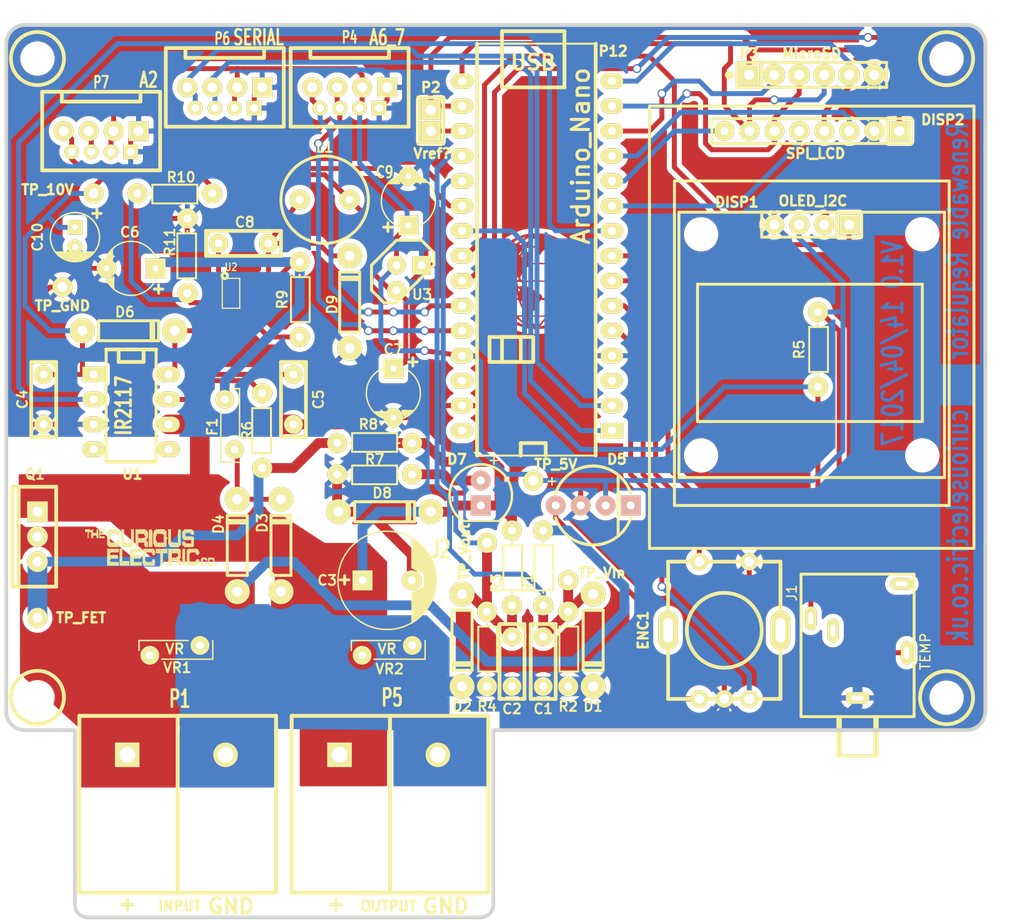
<source format=kicad_pcb>
(kicad_pcb (version 20221018) (generator pcbnew)
  (layers (0 "F.Cu" signal "Front") (31 "B.Cu" signal "Back") (34 "B.Paste" user) (35 "F.Paste" user) (36 "B.SilkS" user "B.Silkscreen") (37 "F.SilkS" user "F.Silkscreen") (38 "B.Mask" user) (39 "F.Mask" user) (44 "Edge.Cuts" user))
  (net 0 "")
  (net 1 "+5V")
  (net 2 "GND")
  (net 3 "Rx")
  (net 4 "SCK")
  (net 5 "Tx")
  (net 6 "Vinput")
  (net 7 "Voutput")
  (net 8 "VINm")
  (net 9 "VOUTm")
  (net 10 "/Power Supply/+10V")
  (net 11 "Net-(C5-Pad1)")
  (net 12 "/Power Supply/+PWR")
  (net 13 "Net-(C8-Pad1)")
  (net 14 "Net-(C8-Pad2)")
  (net 15 "Net-(D3-Pad1)")
  (net 16 "LED_D")
  (net 17 "Net-(D7-Pad2)")
  (net 18 "SDA")
  (net 19 "SCL")
  (net 20 "+3V3")
  (net 21 "LCD_CS")
  (net 22 "MISO")
  (net 23 "LCD_DC")
  (net 24 "MOSI")
  (net 25 "LCD_BL")
  (net 26 "EN_A")
  (net 27 "EN_B")
  (net 28 "EN_SW")
  (net 29 "FET1")
  (net 30 "SD_CS")
  (net 31 "TEMP")
  (net 32 "Net-(J2-Pad18)")
  (net 33 "A2")
  (net 34 "A6")
  (net 35 "A7")
  (net 36 "Net-(P7-Pad3)")
  (net 37 "Net-(R6-Pad2)")
  (net 38 "Net-(R9-Pad2)")
  (net 39 "Net-(R10-Pad2)")
  (net 40 "Net-(P10-Pad1)")
  (footprint "matts_components:C1_wide_lg_pad" (layer "F.Cu") (at 117.475 109.22 -90)
    (fp_text reference "C1")
    (fp_text value "100nf" hide)
  )
  (footprint "matts_components:C1_wide_lg_pad" (layer "F.Cu") (at 114.3 109.22 -90)
    (fp_text reference "C2")
    (fp_text value "100nf" hide)
  )
  (footprint "RenewableRegulatorPCB_2017_Library_Yoan:Capacitor_C_1V7_TH" (layer "F.Cu") (at 101.6 102.235)
    (fp_text reference "C3")
    (fp_text value "100uf" hide)
  )
  (footprint "matts_components:C1_wide_lg_pad" (layer "F.Cu") (at 66.675 82.55 -90)
    (fp_text reference "C4")
    (fp_text value "100nf" hide)
  )
  (footprint "matts_components:C1_wide_lg_pad" (layer "F.Cu") (at 92.075 82.55 -90)
    (fp_text reference "C5")
    (fp_text value "100nf" hide)
  )
  (footprint "RenewableRegulatorPCB_2017_Library_Yoan:Capacitor_C6_1V7_TH" (layer "F.Cu") (at 75.565 70.485 180)
    (fp_text reference "C6")
    (fp_text value "2.2uf" hide)
  )
  (footprint "RenewableRegulatorPCB_2017_Library_Yoan:Capacitor_C7_1V7_TH" (layer "F.Cu") (at 102.235 83.185 -90)
    (fp_text reference "C7")
    (fp_text value "1uf" hide)
  )
  (footprint "matts_components:C1_wide_lg_pad" (layer "F.Cu") (at 85.725 67.945)
    (fp_text reference "C8")
    (fp_text value "100nf" hide)
  )
  (footprint "RenewableRegulatorPCB_2017_Library_Yoan:Capacitor_C9_1V7_TH" (layer "F.Cu") (at 103.759 63.627 90)
    (fp_text reference "C9")
    (fp_text value "1uf" hide)
  )
  (footprint "RenewableRegulatorPCB_2017_Library_Yoan:Capacitor_C10_1V7_TH" (layer "F.Cu") (at 69.85 67.31 -90)
    (fp_text reference "C10")
    (fp_text value "10uf" hide)
  )
  (footprint "REInnovationFootprint:TH_Diode_1" (layer "F.Cu") (at 122.555 107.95 -90)
    (fp_text reference "D1")
    (fp_text value "3v3" hide)
  )
  (footprint "REInnovationFootprint:TH_Diode_1" (layer "F.Cu") (at 109.22 107.95 -90)
    (fp_text reference "D2")
    (fp_text value "3v3" hide)
  )
  (footprint "REInnovationFootprint:TH_Diode_1" (layer "F.Cu") (at 90.805 99.06 90)
    (fp_text reference "D3")
    (fp_text value "1N5819" hide)
  )
  (footprint "REInnovationFootprint:TH_Diode_1" (layer "F.Cu") (at 86.36 99.06 90)
    (fp_text reference "D4")
    (fp_text value "1N5819" hide)
  )
  (footprint "REInnovationFootprint:TH_WS2811_LED_8mm" (layer "F.Cu") (at 122.555 94.615)
    (fp_text reference "D5")
    (fp_text value "WS2811_EpiStar_8mm" hide)
  )
  (footprint "REInnovationFootprint:TH_Diode_1" (layer "F.Cu") (at 74.93 76.835)
    (fp_text reference "D6")
    (fp_text value "1N5822" hide)
  )
  (footprint "REInnovationFootprint:TH_LED-5MM_larg_pad" (layer "F.Cu") (at 111.125 93.345 -90)
    (fp_text reference "D7")
    (fp_text value "LED" hide)
  )
  (footprint "REInnovationFootprint:TH_Diode_1" (layer "F.Cu") (at 100.965 95.25)
    (fp_text reference "D8")
    (fp_text value "UF4002" hide)
  )
  (footprint "REInnovationFootprint:TH_Diode_1" (layer "F.Cu") (at 97.79 74.295 90)
    (fp_text reference "D9")
    (fp_text value "1N5819" hide)
  )
  (footprint "REInnovationFootprint:TH_Encoder" (layer "F.Cu") (at 135.89 107.315)
    (fp_text reference "ENC1")
    (fp_text value "Encoder" hide)
  )
  (footprint "REInnovationFootprint:TH_MC36188_FUSE" (layer "F.Cu") (at 85.09 83.82 -90)
    (fp_text reference "F1")
    (fp_text value "500mA" hide)
  )
  (footprint "REInnovationFootprint:TH_Inductor" (layer "F.Cu") (at 95.25 63.5)
    (fp_text reference "L1")
    (fp_text value "22uH" hide)
  )
  (footprint "CuriousElectric3:CEC_Globe_10mm_FCU" (layer "F.Cu") (at 116.84 71.755)
    (fp_text reference "LOGO1" hide)
    (fp_text value "LOGO" hide)
  )
  (footprint "RenewableRegulatorPCB_2017_Library_Yoan:Connecteurs_IO_SIL-2_screw_terminal_32A" (layer "F.Cu") (at 90.17 133.985)
    (fp_text reference "P1")
    (fp_text value "INPUT")
  )
  (footprint "matts_components:SIL-2_solder_connect" (layer "F.Cu") (at 106.045 55.245 90)
    (fp_text reference "P2")
    (fp_text value "Vref?")
  )
  (footprint "matts_components:SIL-6_large_pads_marker" (layer "F.Cu") (at 144.78 50.8)
    (fp_text reference "P3")
    (fp_text value "MicroSD")
  )
  (footprint "matts_components:SIL-4_Grove_SIL" (layer "F.Cu") (at 97.79 52.07 180)
    (fp_text reference "P4")
    (fp_text value "A6_7")
  )
  (footprint "RenewableRegulatorPCB_2017_Library_Yoan:Connecteurs_IO_SIL-2_screw_terminal_32A" (layer "F.Cu") (at 111.76 133.985)
    (fp_text reference "P5")
    (fp_text value "OUTPUT")
  )
  (footprint "matts_components:TO220_VERT_BUZ11_matt" (layer "F.Cu") (at 66.04 97.79 180)
    (fp_text reference "Q1")
    (fp_text value "TK32A12N1" hide)
  )
  (footprint "REInnovationFootprint:TH_Resistor_1" (layer "F.Cu") (at 117.475 100.965 -90)
    (fp_text reference "R1")
    (fp_text value "Rb" hide)
  )
  (footprint "REInnovationFootprint:TH_Resistor_1" (layer "F.Cu") (at 120.015 109.22 -90)
    (fp_text reference "R2")
    (fp_text value "Ra" hide)
  )
  (footprint "REInnovationFootprint:TH_Resistor_1" (layer "F.Cu") (at 114.3 100.965 -90)
    (fp_text reference "R3")
    (fp_text value "Rb" hide)
  )
  (footprint "REInnovationFootprint:TH_Resistor_1" (layer "F.Cu") (at 111.76 109.22 -90)
    (fp_text reference "R4")
    (fp_text value "Ra" hide)
  )
  (footprint "REInnovationFootprint:TH_Resistor_1" (layer "F.Cu") (at 145.415 78.74 -90)
    (fp_text reference "R5")
    (fp_text value "4k7" hide)
  )
  (footprint "REInnovationFootprint:TH_Resistor_1" (layer "F.Cu") (at 88.9 86.995 90)
    (fp_text reference "R6")
    (fp_text value "5" hide)
  )
  (footprint "REInnovationFootprint:TH_Resistor_1" (layer "F.Cu") (at 100.33 91.44 180)
    (fp_text reference "R7")
    (fp_text value "1k" hide)
  )
  (footprint "REInnovationFootprint:TH_Resistor_1" (layer "F.Cu") (at 100.33 88.265)
    (fp_text reference "R8")
    (fp_text value "100k" hide)
  )
  (footprint "REInnovationFootprint:TH_Resistor_1" (layer "F.Cu") (at 92.71 73.66 -90)
    (fp_text reference "R9")
    (fp_text value "100k" hide)
  )
  (footprint "REInnovationFootprint:TH_Resistor_1" (layer "F.Cu") (at 80.01 62.865 180)
    (fp_text reference "R10")
    (fp_text value "100k" hide)
  )
  (footprint "REInnovationFootprint:DIP-8_300_ELL" (layer "F.Cu") (at 75.565 88.9 -90)
    (fp_text reference "U1")
    (fp_text value "IR2117")
  )
  (footprint "matts_components:TO92_MCP9701_matt" (layer "F.Cu") (at 103.8225 71.4375)
    (fp_text reference "U3")
    (fp_text value "MCP1702-50" hide)
  )
  (footprint "REInnovationFootprint:TH_MC36188_FUSE" (layer "F.Cu") (at 77.47 109.855)
    (fp_text reference "VR1")
    (fp_text value "VR")
  )
  (footprint "REInnovationFootprint:TH_MC36188_FUSE" (layer "F.Cu") (at 99.06 109.855)
    (fp_text reference "VR2")
    (fp_text value "VR")
  )
  (footprint "REInnovationFootprint:TH_3_5mm_Jack" (layer "F.Cu") (at 155.194 101.6 180)
    (fp_text reference "J1")
    (fp_text value "TEMP")
  )
  (footprint "REInnovationFootprint:NANO_DIP_30_600" (layer "F.Cu") (at 116.84 62.865 90)
    (fp_text reference "J2")
    (fp_text value "Arduino_Nano")
  )
  (footprint "matts_components:SIL-4_Grove_SIL" (layer "F.Cu") (at 85.09 52.07 180)
    (fp_text reference "P6")
    (fp_text value "SERIAL")
  )
  (footprint "matts_components:SIL-4_Grove_SIL" (layer "F.Cu") (at 72.517 56.515 180)
    (fp_text reference "P7")
    (fp_text value "A2")
  )
  (footprint "REInnovationFootprint:TH_Resistor_1" (layer "F.Cu") (at 81.28 69.215 90)
    (fp_text reference "R11")
    (fp_text value "8.2k" hide)
  )
  (footprint "TH_OLED1306" (layer "F.Cu") (at 144.78 64.77)
    (fp_text reference "DISP1")
    (fp_text value "OLED_I2C")
  )
  (footprint "REInnovationFootprint:TH_LCD_SPI_128x128" (layer "F.Cu") (at 144.78 53.975)
    (fp_text reference "DISP2")
    (fp_text value "SPI_LCD")
  )
  (footprint "matts_components:1pin_0_8mm" (layer "F.Cu") (at 120.015 102.235 -90)
    (fp_text reference "P8" hide)
    (fp_text value "TP_Vin")
  )
  (footprint "matts_components:1pin_0_8mm" (layer "F.Cu") (at 111.76 98.425 -90)
    (fp_text reference "P9" hide)
    (fp_text value "TP_Vout")
  )
  (footprint "matts_components:1pin_0_8mm" (layer "F.Cu") (at 66.04 106.045)
    (fp_text reference "P10" hide)
    (fp_text value "TP_FET")
  )
  (footprint "matts_components:1pin_0_8mm" (layer "F.Cu") (at 68.58 72.39)
    (fp_text reference "P11" hide)
    (fp_text value "TP_GND")
  )
  (footprint "matts_components:1pin_0_8mm" (layer "F.Cu") (at 116.459 92.075)
    (fp_text reference "P12")
    (fp_text value "TP_5V")
  )
  (footprint "matts_components:1pin_0_8mm" (layer "F.Cu") (at 71.755 62.865)
    (fp_text reference "P13" hide)
    (fp_text value "TP_10V")
  )
  (footprint "REInnovationFootprint:SM_SOT23-6" (layer "F.Cu") (at 85.725 72.39 -90)
    (fp_text reference "U2")
    (fp_text value "LMR16006" hide)
  )
  (footprint "CuriousElectric3:TCEC_Words_13mm" (layer "F.Cu") (at 70.612 96.774)
    (fp_text reference "LOGO2" hide)
    (fp_text value "LOGO" hide)
  )
  (footprint "RenewableRegulatorPCB_2017_Library_Yoan:3mm_hole" (layer "F.Cu") (at 158.496 114.173)
    (fp_text reference "MH1" hide)
    (fp_text value "Mounting holes" hide)
  )
  (footprint "RenewableRegulatorPCB_2017_Library_Yoan:3mm_hole" (layer "F.Cu") (at 158.496 49.149)
    (fp_text reference "MH1" hide)
    (fp_text value "CONN_1" hide)
  )
  (footprint "RenewableRegulatorPCB_2017_Library_Yoan:3mm_hole" (layer "F.Cu") (at 66.038 49.137)
    (fp_text reference "MH1" hide)
    (fp_text value "CONN_1" hide)
  )
  (footprint "RenewableRegulatorPCB_2017_Library_Yoan:3mm_hole" (layer "F.Cu") (at 66.038 114.137)
    (fp_text reference "MH1" hide)
    (fp_text value "CONN_1" hide)
  )
  (gr_arc (start 162.433 115.57) (mid 161.875038 116.917038) (end 160.528 117.475) (stroke (width 0.381)) (layer "Edge.Cuts"))
  (gr_arc (start 160.528 45.72) (mid 161.875038 46.277962) (end 162.433 47.625) (stroke (width 0.381)) (layer "Edge.Cuts"))
  (gr_arc (start 62.865 47.625) (mid 63.422962 46.277962) (end 64.77 45.72) (stroke (width 0.381)) (layer "Edge.Cuts"))
  (gr_line (start 149.987 45.72) (end 143.764 45.72) (stroke (width 0.381)) (layer "Edge.Cuts"))
  (gr_line (start 69.85 117.475) (end 69.85 132.715) (stroke (width 0.381)) (layer "Edge.Cuts"))
  (gr_line (start 64.77 45.72) (end 144.399 45.72) (stroke (width 0.381)) (layer "Edge.Cuts"))
  (gr_line (start 64.77 117.475) (end 69.85 117.475) (stroke (width 0.381)) (layer "Edge.Cuts"))
  (gr_line (start 71.12 136.525) (end 111.125 136.525) (stroke (width 0.381)) (layer "Edge.Cuts"))
  (gr_line (start 112.395 132.715) (end 112.395 117.475) (stroke (width 0.381)) (layer "Edge.Cuts"))
  (gr_line (start 69.85 135.255) (end 69.85 132.08) (stroke (width 0.381)) (layer "Edge.Cuts"))
  (gr_line (start 62.865 47.625) (end 62.865 115.697) (stroke (width 0.381)) (layer "Edge.Cuts"))
  (gr_line (start 162.433 115.57) (end 162.433 57.912) (stroke (width 0.381)) (layer "Edge.Cuts"))
  (gr_line (start 112.395 135.255) (end 112.395 132.715) (stroke (width 0.381)) (layer "Edge.Cuts"))
  (gr_arc (start 112.395 135.255) (mid 112.023026 136.153026) (end 111.125 136.525) (stroke (width 0.381)) (layer "Edge.Cuts"))
  (gr_arc (start 64.77 117.475) (mid 63.422962 116.917038) (end 62.865 115.57) (stroke (width 0.381)) (layer "Edge.Cuts"))
  (gr_line (start 149.86 45.72) (end 160.528 45.72) (stroke (width 0.381)) (layer "Edge.Cuts"))
  (gr_arc (start 71.12 136.525) (mid 70.221974 136.153026) (end 69.85 135.255) (stroke (width 0.381)) (layer "Edge.Cuts"))
  (gr_line (start 162.433 47.625) (end 162.433 58.166) (stroke (width 0.381)) (layer "Edge.Cuts"))
  (gr_line (start 112.395 117.475) (end 160.528 117.475) (stroke (width 0.381)) (layer "Edge.Cuts"))
  (gr_text "V1.0 14/04/2017" (at 153.035 78.105 90) (layer "B.Cu") (effects (font (size 2.032 1.524) (thickness 0.3048)) (justify mirror)))
  (gr_text "Renewable Regulator" (at 159.639 67.691 90) (layer "B.Cu") (effects (font (size 2.032 1.524) (thickness 0.3048)) (justify mirror)))
  (gr_text "curiouselectric.co.uk" (at 159.639 96.647 90) (layer "B.Cu") (effects (font (size 2.032 1.524) (thickness 0.3048)) (justify mirror)))
  (segment (start 99.06 53.911) (end 98.79 54.181) (width 0.5) (layer "F.Cu") (net 1))
  (segment (start 74.168 55.88) (end 74.168 56.515) (width 0.5) (layer "F.Cu") (net 1))
  (segment (start 105.41 78.867) (end 109.22 79.375) (width 0.5) (layer "F.Cu") (net 1))
  (segment (start 98.425 50.165) (end 99.06 50.8) (width 0.5) (layer "F.Cu") (net 1))
  (segment (start 99.06 50.8) (end 99.06 52.07) (width 0.5) (layer "F.Cu") (net 1))
  (segment (start 102.5525 67.3335) (end 102.5525 70.1675) (width 0.5) (layer "F.Cu") (net 1))
  (segment (start 145.669 74.93) (end 147.574 76.835) (width 0.5) (layer "F.Cu") (net 1))
  (segment (start 147.574 76.835) (end 147.574 104.394) (width 0.5) (layer "F.Cu") (net 1))
  (segment (start 147.574 104.394) (end 152.527 109.347) (width 0.5) (layer "F.Cu") (net 1))
  (segment (start 87.757 50.165) (end 89.789 50.165) (width 0.5) (layer "F.Cu") (net 1))
  (segment (start 89.789 50.165) (end 98.425 50.165) (width 0.5) (layer "F.Cu") (net 1))
  (segment (start 86.09 52.34) (end 86.36 52.07) (width 0.5) (layer "F.Cu") (net 1))
  (segment (start 86.36 50.165) (end 86.36 50.292) (width 0.5) (layer "F.Cu") (net 1))
  (segment (start 86.36 50.292) (end 86.36 50.165) (width 0.5) (layer "F.Cu") (net 1))
  (segment (start 86.36 50.165) (end 87.757 50.165) (width 0.5) (layer "F.Cu") (net 1))
  (segment (start 73.787 54.102) (end 77.724 50.165) (width 0.5) (layer "F.Cu") (net 1))
  (segment (start 77.724 50.165) (end 79.375 50.165) (width 0.5) (layer "F.Cu") (net 1))
  (segment (start 79.375 50.165) (end 86.36 50.165) (width 0.5) (layer "F.Cu") (net 1))
  (segment (start 73.517 56.785) (end 73.787 56.515) (width 0.5) (layer "F.Cu") (net 1))
  (segment (start 152.78 109.6) (end 152.527 109.347) (width 0.5) (layer "F.Cu") (net 1))
  (segment (start 152.527 109.347) (end 152.78 109.6) (width 0.5) (layer "F.Cu") (net 1))
  (segment (start 73.517 58.626) (end 73.517 56.785) (width 0.5) (layer "F.Cu") (net 1))
  (segment (start 145.415 74.93) (end 145.669 74.93) (width 0.5) (layer "F.Cu") (net 1))
  (segment (start 86.09 54.181) (end 86.09 52.34) (width 0.5) (layer "F.Cu") (net 1))
  (segment (start 103.759 66.127) (end 102.5525 67.3335) (width 0.5) (layer "F.Cu") (net 1))
  (segment (start 86.36 52.07) (end 86.36 50.165) (width 0.5) (layer "F.Cu") (net 1))
  (segment (start 73.787 56.515) (end 73.787 54.102) (width 0.5) (layer "F.Cu") (net 1))
  (segment (start 86.36 52.07) (end 86.36 51.562) (width 0.5) (layer "F.Cu") (net 1))
  (segment (start 154.444 109.6) (end 152.78 109.6) (width 0.5) (layer "F.Cu") (net 1))
  (segment (start 99.06 52.07) (end 99.06 51.435) (width 0.5) (layer "F.Cu") (net 1))
  (segment (start 99.06 52.07) (end 99.06 53.911) (width 0.5) (layer "F.Cu") (net 1))
  (via (at 105.41 78.867) (size 0.889) (drill 0.635) (layers "F.Cu" "B.Cu") (net 1))
  (segment (start 110.49 79.375) (end 111.125 80.01) (width 0.5) (layer "B.Cu") (net 1))
  (segment (start 111.125 80.01) (end 111.125 87.63) (width 0.5) (layer "B.Cu") (net 1))
  (segment (start 111.125 87.63) (end 111.125 88.9) (width 0.5) (layer "B.Cu") (net 1))
  (segment (start 111.125 88.9) (end 113.665 91.44) (width 0.5) (layer "B.Cu") (net 1))
  (segment (start 113.665 91.44) (end 116.84 91.44) (width 0.5) (layer "B.Cu") (net 1))
  (segment (start 100.965 71.755) (end 100.965 77.851) (width 0.5) (layer "B.Cu") (net 1))
  (segment (start 100.965 77.851) (end 101.854 78.867) (width 0.5) (layer "B.Cu") (net 1))
  (segment (start 101.854 78.867) (end 105.41 78.867) (width 0.5) (layer "B.Cu") (net 1))
  (segment (start 98.806 54.197) (end 98.806 59.817) (width 0.5) (layer "B.Cu") (net 1))
  (segment (start 98.806 59.817) (end 103.632 64.643) (width 0.5) (layer "B.Cu") (net 1))
  (segment (start 103.632 64.643) (end 103.632 66) (width 0.5) (layer "B.Cu") (net 1))
  (segment (start 103.632 66) (end 103.759 66.127) (width 0.5) (layer "B.Cu") (net 1))
  (segment (start 144.907 92.075) (end 147.955 89.027) (width 0.5) (layer "B.Cu") (net 1))
  (segment (start 147.955 89.027) (end 147.955 77.851) (width 0.5) (layer "B.Cu") (net 1))
  (segment (start 123.825 92.202) (end 123.952 92.075) (width 0.5) (layer "B.Cu") (net 1))
  (segment (start 123.952 92.075) (end 144.907 92.075) (width 0.5) (layer "B.Cu") (net 1))
  (segment (start 147.955 71.882) (end 143.51 67.437) (width 0.5) (layer "B.Cu") (net 1))
  (segment (start 143.51 67.437) (end 143.51 66.04) (width 0.5) (layer "B.Cu") (net 1))
  (segment (start 147.955 74.93) (end 147.828 74.93) (width 0.5) (layer "B.Cu") (net 1))
  (segment (start 147.828 74.93) (end 147.955 74.93) (width 0.5) (layer "B.Cu") (net 1))
  (segment (start 147.955 74.93) (end 147.955 71.882) (width 0.5) (layer "B.Cu") (net 1))
  (segment (start 98.79 54.181) (end 98.806 54.197) (width 0.5) (layer "B.Cu") (net 1))
  (segment (start 147.955 77.851) (end 147.955 74.93) (width 0.5) (layer "B.Cu") (net 1))
  (segment (start 102.5525 70.1675) (end 100.965 71.755) (width 0.5) (layer "B.Cu") (net 1))
  (segment (start 122.174 92.075) (end 123.952 92.075) (width 0.5) (layer "B.Cu") (net 1))
  (segment (start 145.415 74.93) (end 147.955 74.93) (width 0.5) (layer "B.Cu") (net 1))
  (segment (start 116.459 92.075) (end 122.174 92.075) (width 0.5) (layer "B.Cu") (net 1))
  (segment (start 109.22 79.375) (end 110.49 79.375) (width 0.5) (layer "B.Cu") (net 1))
  (segment (start 123.825 94.615) (end 123.825 92.202) (width 0.5) (layer "B.Cu") (net 1))
  (segment (start 97.028 79.375) (end 97.79 78.613) (width 0.5) (layer "F.Cu") (net 2))
  (segment (start 65.405 86.36) (end 64.77 85.725) (width 0.5) (layer "F.Cu") (net 2))
  (segment (start 64.77 85.725) (end 64.77 74.93) (width 0.5) (layer "F.Cu") (net 2))
  (segment (start 64.77 74.93) (end 67.31 72.39) (width 0.5) (layer "F.Cu") (net 2))
  (segment (start 67.31 72.39) (end 68.58 72.39) (width 0.5) (layer "F.Cu") (net 2))
  (segment (start 138.43 104.775) (end 135.89 107.315) (width 0.5) (layer "F.Cu") (net 2))
  (segment (start 135.89 107.315) (end 135.89 114.3) (width 0.5) (layer "F.Cu") (net 2))
  (segment (start 116.84 84.455) (end 121.92 79.375) (width 0.5) (layer "F.Cu") (net 2))
  (segment (start 121.92 79.375) (end 124.46 79.375) (width 0.5) (layer "F.Cu") (net 2))
  (segment (start 101.6 53.371) (end 100.79 54.181) (width 0.5) (layer "F.Cu") (net 2))
  (segment (start 111.125 84.455) (end 116.586 84.455) (width 0.5) (layer "F.Cu") (net 2))
  (segment (start 106.045 84.455) (end 107.95 84.455) (width 0.5) (layer "F.Cu") (net 2))
  (segment (start 107.95 84.455) (end 109.22 84.455) (width 0.5) (layer "F.Cu") (net 2))
  (segment (start 105.0925 70.8025) (end 104.14 71.755) (width 0.5) (layer "F.Cu") (net 2))
  (segment (start 104.14 71.755) (end 104.14 82.55) (width 0.5) (layer "F.Cu") (net 2))
  (segment (start 104.14 82.55) (end 104.14 85.09) (width 0.5) (layer "F.Cu") (net 2))
  (segment (start 70.485 70.485) (end 73.065 70.485) (width 0.5) (layer "F.Cu") (net 2))
  (segment (start 70.485 68.945) (end 70.485 70.485) (width 0.5) (layer "F.Cu") (net 2))
  (segment (start 78.145 65.405) (end 81.28 65.405) (width 0.5) (layer "F.Cu") (net 2))
  (segment (start 104.14 85.09) (end 104.14 85.217) (width 0.5) (layer "F.Cu") (net 2))
  (segment (start 103.545 85.685) (end 102.235 85.685) (width 0.5) (layer "F.Cu") (net 2))
  (segment (start 105.537 62.905) (end 105.537 69.723) (width 0.5) (layer "F.Cu") (net 2))
  (segment (start 105.537 69.723) (end 105.0925 70.1675) (width 0.5) (layer "F.Cu") (net 2))
  (segment (start 99.695 95.25) (end 104.1 99.655) (width 1) (layer "F.Cu") (net 2))
  (segment (start 104.1 99.655) (end 104.1 102.235) (width 1) (layer "F.Cu") (net 2))
  (segment (start 121.285 92.71) (end 116.84 88.265) (width 0.5) (layer "F.Cu") (net 2))
  (segment (start 116.84 88.265) (end 116.84 84.455) (width 0.5) (layer "F.Cu") (net 2))
  (segment (start 116.84 84.455) (end 116.586 84.455) (width 0.5) (layer "F.Cu") (net 2))
  (segment (start 116.586 84.455) (end 116.84 84.455) (width 0.5) (layer "F.Cu") (net 2))
  (segment (start 83.947 73.025) (end 81.28 70.358) (width 0.5) (layer "F.Cu") (net 2))
  (segment (start 81.28 70.358) (end 81.28 65.405) (width 0.5) (layer "F.Cu") (net 2))
  (segment (start 88.09 52.88) (end 88.9 52.07) (width 0.5) (layer "F.Cu") (net 2))
  (segment (start 75.517 57.325) (end 76.327 56.515) (width 0.5) (layer "F.Cu") (net 2))
  (segment (start 66.675 86.36) (end 65.405 86.36) (width 0.5) (layer "F.Cu") (net 2))
  (segment (start 73.065 70.485) (end 78.145 65.405) (width 0.5) (layer "F.Cu") (net 2))
  (segment (start 75.517 58.626) (end 75.517 57.325) (width 0.5) (layer "F.Cu") (net 2))
  (segment (start 121.285 94.615) (end 121.285 92.71) (width 0.5) (layer "F.Cu") (net 2))
  (segment (start 88.09 54.181) (end 88.09 52.88) (width 0.5) (layer "F.Cu") (net 2))
  (segment (start 68.58 72.39) (end 70.485 70.485) (width 0.5) (layer "F.Cu") (net 2))
  (segment (start 138.43 100.33) (end 138.43 104.775) (width 0.5) (layer "F.Cu") (net 2))
  (segment (start 97.79 78.613) (end 97.282 78.613) (width 0.5) (layer "F.Cu") (net 2))
  (segment (start 96.647 95.25) (end 99.695 95.25) (width 1) (layer "F.Cu") (net 2))
  (segment (start 71.755 86.36) (end 66.675 86.36) (width 0.5) (layer "F.Cu") (net 2))
  (segment (start 96.52 91.44) (end 96.52 95.25) (width 1) (layer "F.Cu") (net 2))
  (segment (start 105.0925 70.1675) (end 105.0925 70.8025) (width 0.5) (layer "F.Cu") (net 2))
  (segment (start 101.6 52.07) (end 101.6 53.371) (width 0.5) (layer "F.Cu") (net 2))
  (segment (start 104.14 85.09) (end 103.545 85.685) (width 0.5) (layer "F.Cu") (net 2))
  (segment (start 69.85 68.31) (end 70.485 68.945) (width 0.5) (layer "F.Cu") (net 2))
  (segment (start 104.14 85.217) (end 106.045 84.455) (width 0.5) (layer "F.Cu") (net 2))
  (segment (start 68.58 72.39) (end 69.215 72.39) (width 0.5) (layer "F.Cu") (net 2))
  (segment (start 109.22 84.455) (end 111.125 84.455) (width 0.5) (layer "F.Cu") (net 2))
  (segment (start 84.455 73.025) (end 83.947 73.025) (width 0.5) (layer "F.Cu") (net 2))
  (segment (start 103.759 61.127) (end 105.537 62.905) (width 0.5) (layer "F.Cu") (net 2))
  (segment (start 83.439 114.681) (end 83.82 114.3) (width 5) (layer "B.Cu") (net 2))
  (segment (start 83.82 114.3) (end 103.505 114.3) (width 5) (layer "B.Cu") (net 2))
  (segment (start 103.505 114.3) (end 105.029 115.824) (width 5) (layer "B.Cu") (net 2))
  (segment (start 105.029 115.824) (end 106.68 120.65) (width 5) (layer "B.Cu") (net 2))
  (segment (start 104.16 114.955) (end 105.029 115.824) (width 5) (layer "B.Cu") (net 2))
  (segment (start 82.57 113.812) (end 83.439 114.681) (width 5) (layer "B.Cu") (net 2))
  (segment (start 104.16 114.3) (end 104.16 114.955) (width 5) (layer "B.Cu") (net 2))
  (segment (start 104.16 113.03) (end 104.16 114.3) (width 5) (layer "B.Cu") (net 2))
  (segment (start 125.73 116.205) (end 135.255 116.205) (width 1) (layer "B.Cu") (net 2))
  (segment (start 135.89 115.57) (end 135.255 116.205) (width 1) (layer "B.Cu") (net 2))
  (segment (start 135.255 116.205) (end 144.78 116.205) (width 1) (layer "B.Cu") (net 2))
  (segment (start 99.06 88.9) (end 99.06 85.725) (width 1) (layer "B.Cu") (net 2))
  (segment (start 99.06 79.883) (end 97.79 78.613) (width 1) (layer "B.Cu") (net 2))
  (segment (start 103.759 61.087) (end 103.9495 61.1505) (width 0.5) (layer "B.Cu") (net 2))
  (segment (start 103.9495 61.1505) (end 102.235 60.325) (width 0.5) (layer "B.Cu") (net 2))
  (segment (start 102.235 60.325) (end 100.79 58.88) (width 0.5) (layer "B.Cu") (net 2))
  (segment (start 100.79 58.88) (end 100.79 54.181) (width 0.5) (layer "B.Cu") (net 2))
  (segment (start 150.46 59.09) (end 151.15 58.4) (width 1) (layer "B.Cu") (net 2))
  (segment (start 151.15 58.4) (end 151.15 56.515) (width 1) (layer "B.Cu") (net 2))
  (segment (start 151.13 56.495) (end 151.15 56.515) (width 1) (layer "B.Cu") (net 2))
  (segment (start 99.06 85.725) (end 99.06 79.883) (width 1) (layer "B.Cu") (net 2))
  (segment (start 102.362 85.725) (end 102.489 85.598) (width 0.5) (layer "B.Cu") (net 2))
  (segment (start 102.489 85.598) (end 102.489 85.598) (width 0.5) (layer "B.Cu") (net 2))
  (segment (start 81.28 58.626) (end 81.28 58.674) (width 0.5) (layer "B.Cu") (net 2))
  (segment (start 81.28 58.674) (end 81.28 58.626) (width 0.5) (layer "B.Cu") (net 2))
  (segment (start 81.28 58.626) (end 85.09 58.626) (width 0.5) (layer "B.Cu") (net 2))
  (segment (start 92.075 50.292) (end 101.092 50.292) (width 0.5) (layer "B.Cu") (net 2))
  (segment (start 101.092 50.292) (end 101.6 50.8) (width 0.5) (layer "B.Cu") (net 2))
  (segment (start 101.6 50.8) (end 101.6 52.07) (width 0.5) (layer "B.Cu") (net 2))
  (segment (start 86.154 58.626) (end 88.09 56.69) (width 0.5) (layer "B.Cu") (net 2))
  (segment (start 88.09 56.69) (end 88.09 54.181) (width 0.5) (layer "B.Cu") (net 2))
  (segment (start 90.297 52.07) (end 92.075 50.292) (width 0.5) (layer "B.Cu") (net 2))
  (segment (start 77.645 58.626) (end 81.28 58.626) (width 0.5) (layer "B.Cu") (net 2))
  (segment (start 140.97 64.262) (end 143.002 62.23) (width 0.5) (layer "B.Cu") (net 2))
  (segment (start 143.002 62.23) (end 150.46 62.23) (width 0.5) (layer "B.Cu") (net 2))
  (segment (start 150.46 62.23) (end 150.46 59.09) (width 1) (layer "B.Cu") (net 2))
  (segment (start 148.209 116.205) (end 149.444 114.97) (width 1) (layer "B.Cu") (net 2))
  (segment (start 149.444 114.97) (end 149.444 111.033) (width 1) (layer "B.Cu") (net 2))
  (segment (start 149.444 111.033) (end 150.46 110.017) (width 1) (layer "B.Cu") (net 2))
  (segment (start 150.46 110.017) (end 150.46 68.58) (width 1) (layer "B.Cu") (net 2))
  (segment (start 148.209 116.205) (end 149.444 114.97) (width 1) (layer "B.Cu") (net 2))
  (segment (start 149.444 114.97) (end 149.444 114.2) (width 1) (layer "B.Cu") (net 2))
  (segment (start 85.09 120.65) (end 83.439 114.681) (width 5) (layer "B.Cu") (net 2))
  (segment (start 111.76 113.03) (end 109.22 113.03) (width 2) (layer "B.Cu") (net 2))
  (segment (start 101.6 52.07) (end 101.6 51.435) (width 0.5) (layer "B.Cu") (net 2))
  (segment (start 151.13 50.8) (end 151.13 56.495) (width 1) (layer "B.Cu") (net 2))
  (segment (start 117.475 113.03) (end 110.51 113.03) (width 2) (layer "B.Cu") (net 2))
  (segment (start 120.015 113.03) (end 117.475 113.03) (width 2) (layer "B.Cu") (net 2))
  (segment (start 144.78 116.205) (end 148.082 116.205) (width 1) (layer "B.Cu") (net 2))
  (segment (start 85.09 58.626) (end 86.154 58.626) (width 0.5) (layer "B.Cu") (net 2))
  (segment (start 75.517 58.626) (end 77.645 58.626) (width 0.5) (layer "B.Cu") (net 2))
  (segment (start 75.898 58.626) (end 77.645 58.626) (width 0.5) (layer "B.Cu") (net 2))
  (segment (start 122.555 113.03) (end 125.73 116.205) (width 1) (layer "B.Cu") (net 2))
  (segment (start 103.8225 61.1505) (end 103.759 61.087) (width 0.5) (layer "B.Cu") (net 2))
  (segment (start 82.57 106.95) (end 82.57 113.812) (width 5) (layer "B.Cu") (net 2))
  (segment (start 148.082 116.205) (end 148.209 116.205) (width 1) (layer "B.Cu") (net 2))
  (segment (start 88.9 52.07) (end 90.297 52.07) (width 0.5) (layer "B.Cu") (net 2))
  (segment (start 150.46 68.58) (end 150.46 62.23) (width 1) (layer "B.Cu") (net 2))
  (segment (start 99.06 85.725) (end 102.362 85.725) (width 0.5) (layer "B.Cu") (net 2))
  (segment (start 109.22 113.03) (end 104.16 113.03) (width 2) (layer "B.Cu") (net 2))
  (segment (start 135.89 114.3) (end 135.89 115.57) (width 1) (layer "B.Cu") (net 2))
  (segment (start 140.97 66.04) (end 140.97 64.262) (width 0.5) (layer "B.Cu") (net 2))
  (segment (start 81.28 65.405) (end 81.28 58.626) (width 0.5) (layer "B.Cu") (net 2))
  (segment (start 122.555 113.03) (end 123.19 113.03) (width 0.5) (layer "B.Cu") (net 2))
  (segment (start 122.555 113.03) (end 120.015 113.03) (width 2) (layer "B.Cu") (net 2))
  (segment (start 96.52 91.44) (end 99.06 88.9) (width 1) (layer "B.Cu") (net 2))
  (segment (start 114.3 113.03) (end 111.76 113.03) (width 2) (layer "B.Cu") (net 2))
  (segment (start 104.16 108.855) (end 104.16 113.03) (width 5) (layer "B.Cu") (net 2))
  (segment (start 122.555 113.03) (end 122.555 113.665) (width 0.5) (layer "B.Cu") (net 2))
  (segment (start 114.292002 48.895) (end 114.292002 48.895) (width 0.5) (layer "B.Cu") (net 3))
  (segment (start 115.57 48.895) (end 116.84 50.165) (width 0.5) (layer "B.Cu") (net 3))
  (segment (start 116.84 50.165) (end 116.84 80.01) (width 0.5) (layer "B.Cu") (net 3))
  (segment (start 116.84 80.01) (end 121.285 84.455) (width 0.5) (layer "B.Cu") (net 3))
  (segment (start 121.285 84.455) (end 124.46 84.455) (width 0.5) (layer "B.Cu") (net 3))
  (segment (start 114.292002 48.887002) (end 114.292002 48.895) (width 0.5) (layer "B.Cu") (net 3))
  (segment (start 114.292002 48.895) (end 115.57 48.895) (width 0.5) (layer "B.Cu") (net 3))
  (segment (start 105.029 48.887002) (end 114.292002 48.887002) (width 0.5) (layer "B.Cu") (net 3))
  (segment (start 104.14 48.26) (end 104.767002 48.887002) (width 0.5) (layer "B.Cu") (net 3))
  (segment (start 104.767002 48.887002) (end 105.029 48.887002) (width 0.5) (layer "B.Cu") (net 3))
  (segment (start 81.28 51.308) (end 84.335998 48.252002) (width 0.5) (layer "B.Cu") (net 3))
  (segment (start 84.335998 48.252002) (end 87.376 48.252002) (width 0.5) (layer "B.Cu") (net 3))
  (segment (start 87.376 48.252002) (end 87.376 48.26) (width 0.5) (layer "B.Cu") (net 3))
  (segment (start 87.376 48.26) (end 104.14 48.26) (width 0.5) (layer "B.Cu") (net 3))
  (segment (start 82.09 52.88) (end 81.28 52.07) (width 0.5) (layer "B.Cu") (net 3))
  (segment (start 81.28 52.07) (end 81.28 51.308) (width 0.5) (layer "B.Cu") (net 3))
  (segment (start 82.09 54.181) (end 82.09 52.88) (width 0.5) (layer "B.Cu") (net 3))
  (segment (start 109.22 48.895) (end 110.49 47.625) (width 0.5) (layer "F.Cu") (net 4))
  (segment (start 110.49 47.625) (end 132.715 47.625) (width 0.5) (layer "F.Cu") (net 4))
  (segment (start 136.525 49.53) (end 135.89 50.165) (width 0.5) (layer "F.Cu") (net 4))
  (segment (start 135.89 50.165) (end 135.89 53.955) (width 0.5) (layer "F.Cu") (net 4))
  (segment (start 135.89 53.955) (end 138.45 56.515) (width 0.5) (layer "F.Cu") (net 4))
  (segment (start 140.97 53.34) (end 139.065 53.34) (width 0.5) (layer "F.Cu") (net 4))
  (segment (start 139.065 53.34) (end 138.45 53.955) (width 0.5) (layer "F.Cu") (net 4))
  (segment (start 138.45 53.955) (end 138.45 56.515) (width 0.5) (layer "F.Cu") (net 4))
  (segment (start 109.22 51.435) (end 109.22 48.895) (width 0.5) (layer "F.Cu") (net 4))
  (segment (start 136.525 47.625) (end 136.525 49.53) (width 0.5) (layer "F.Cu") (net 4))
  (segment (start 132.715 47.625) (end 136.525 47.625) (width 0.5) (layer "F.Cu") (net 4))
  (via (at 140.97 53.34) (size 0.889) (drill 0.635) (layers "F.Cu" "B.Cu") (net 4))
  (segment (start 146.05 52.705) (end 145.415 53.34) (width 0.5) (layer "B.Cu") (net 4))
  (segment (start 145.415 53.34) (end 140.97 53.34) (width 0.5) (layer "B.Cu") (net 4))
  (segment (start 146.05 50.8) (end 146.05 52.705) (width 0.5) (layer "B.Cu") (net 4))
  (segment (start 114.935 49.53) (end 114.935 49.53) (width 0.5) (layer "B.Cu") (net 5))
  (segment (start 116.205 50.8) (end 116.205 81.915) (width 0.5) (layer "B.Cu") (net 5))
  (segment (start 116.205 81.915) (end 121.285 86.995) (width 0.5) (layer "B.Cu") (net 5))
  (segment (start 121.285 86.995) (end 124.46 86.995) (width 0.5) (layer "B.Cu") (net 5))
  (segment (start 114.935 49.522002) (end 114.935 49.53) (width 0.5) (layer "B.Cu") (net 5))
  (segment (start 114.935 49.53) (end 116.205 50.8) (width 0.5) (layer "B.Cu") (net 5))
  (segment (start 105.029 49.522002) (end 114.935 49.522002) (width 0.5) (layer "B.Cu") (net 5))
  (segment (start 87.010996 49.514004) (end 105.029 49.514004) (width 0.5) (layer "B.Cu") (net 5))
  (segment (start 83.82 51.181) (end 85.486996 49.514004) (width 0.5) (layer "B.Cu") (net 5))
  (segment (start 85.486996 49.514004) (end 87.010996 49.514004) (width 0.5) (layer "B.Cu") (net 5))
  (segment (start 84.09 52.34) (end 83.82 52.07) (width 0.5) (layer "B.Cu") (net 5))
  (segment (start 105.029 49.522002) (end 105.029 49.514004) (width 0.5) (layer "B.Cu") (net 5))
  (segment (start 84.09 54.181) (end 84.09 52.34) (width 0.5) (layer "B.Cu") (net 5))
  (segment (start 83.82 52.07) (end 83.82 51.181) (width 0.5) (layer "B.Cu") (net 5))
  (segment (start 76.962 108.458) (end 77.47 107.95) (width 5) (layer "F.Cu") (net 6))
  (segment (start 69.85 97.79) (end 77.47 105.41) (width 2) (layer "F.Cu") (net 6))
  (segment (start 77.47 105.41) (end 79.502 103.378) (width 2) (layer "F.Cu") (net 6))
  (segment (start 79.502 103.378) (end 86.36 103.378) (width 2) (layer "F.Cu") (net 6))
  (segment (start 75.17 112.155) (end 77.47 109.855) (width 1) (layer "F.Cu") (net 6))
  (segment (start 66.04 97.79) (end 69.85 97.79) (width 2) (layer "F.Cu") (net 6))
  (segment (start 77.47 107.95) (end 77.47 105.41) (width 2) (layer "F.Cu") (net 6))
  (segment (start 74.93 120.65) (end 76.962 108.458) (width 5) (layer "F.Cu") (net 6))
  (segment (start 75.17 119.985) (end 75.17 112.155) (width 1) (layer "F.Cu") (net 6))
  (segment (start 89.408 100.33) (end 92.075 100.33) (width 1) (layer "B.Cu") (net 6))
  (segment (start 92.075 100.33) (end 96.52 104.775) (width 1) (layer "B.Cu") (net 6))
  (segment (start 96.52 104.775) (end 106.045 104.775) (width 1) (layer "B.Cu") (net 6))
  (segment (start 106.045 104.775) (end 111.76 110.49) (width 1) (layer "B.Cu") (net 6))
  (segment (start 111.76 110.49) (end 120.015 110.49) (width 1) (layer "B.Cu") (net 6))
  (segment (start 120.015 110.49) (end 120.65 110.49) (width 1) (layer "B.Cu") (net 6))
  (segment (start 120.65 110.49) (end 125.73 105.41) (width 1) (layer "B.Cu") (net 6))
  (segment (start 125.73 105.41) (end 125.73 102.87) (width 1) (layer "B.Cu") (net 6))
  (segment (start 125.73 102.87) (end 121.92 99.06) (width 1) (layer "B.Cu") (net 6))
  (segment (start 121.92 99.06) (end 120.015 97.155) (width 1) (layer "B.Cu") (net 6))
  (segment (start 120.015 97.155) (end 117.475 97.155) (width 1) (layer "B.Cu") (net 6))
  (segment (start 86.36 103.378) (end 89.408 100.33) (width 1) (layer "B.Cu") (net 6))
  (segment (start 96.52 119.38) (end 97.028 118.872) (width 5) (layer "F.Cu") (net 7))
  (segment (start 93.98 107.95) (end 90.805 104.775) (width 2) (layer "F.Cu") (net 7))
  (segment (start 90.805 104.775) (end 90.805 103.378) (width 2) (layer "F.Cu") (net 7))
  (segment (start 99.079238 103.883042) (end 99.06 105.41) (width 2) (layer "F.Cu") (net 7))
  (segment (start 99.06 105.41) (end 97.028 118.872) (width 2) (layer "F.Cu") (net 7))
  (segment (start 82.55 86.36) (end 79.375 86.36) (width 2) (layer "F.Cu") (net 7))
  (segment (start 82.55 93.345) (end 80.645 95.25) (width 2) (layer "F.Cu") (net 7))
  (segment (start 80.645 95.25) (end 66.04 95.25) (width 2) (layer "F.Cu") (net 7))
  (segment (start 98.425 86.36) (end 100.33 88.265) (width 1) (layer "F.Cu") (net 7))
  (segment (start 100.33 88.265) (end 104.14 88.265) (width 1) (layer "F.Cu") (net 7))
  (segment (start 107.95 95.25) (end 108.585 94.615) (width 1) (layer "F.Cu") (net 7))
  (segment (start 108.585 94.615) (end 111.125 94.615) (width 1) (layer "F.Cu") (net 7))
  (segment (start 114.3 95.885) (end 113.03 94.615) (width 1) (layer "F.Cu") (net 7))
  (segment (start 113.03 94.615) (end 111.125 94.615) (width 1) (layer "F.Cu") (net 7))
  (segment (start 113.03 90.805) (end 112.395 90.17) (width 1) (layer "F.Cu") (net 7))
  (segment (start 112.395 90.17) (end 107.315 90.17) (width 1) (layer "F.Cu") (net 7))
  (segment (start 107.315 90.17) (end 105.41 88.265) (width 1) (layer "F.Cu") (net 7))
  (segment (start 105.41 88.265) (end 104.14 88.265) (width 1) (layer "F.Cu") (net 7))
  (segment (start 96.76 112.155) (end 99.06 109.855) (width 0.5) (layer "F.Cu") (net 7))
  (segment (start 92.075 86.36) (end 98.425 86.36) (width 1) (layer "F.Cu") (net 7))
  (segment (start 92.075 86.36) (end 82.55 86.36) (width 2) (layer "F.Cu") (net 7))
  (segment (start 96.76 119.985) (end 96.76 112.155) (width 0.5) (layer "F.Cu") (net 7))
  (segment (start 113.03 94.615) (end 113.03 90.805) (width 1) (layer "F.Cu") (net 7))
  (segment (start 114.3 97.155) (end 114.3 95.885) (width 1) (layer "F.Cu") (net 7))
  (segment (start 96.393 113.157) (end 96.52 119.38) (width 5) (layer "F.Cu") (net 7))
  (segment (start 99.1 102.235) (end 99.079238 103.883042) (width 2) (layer "F.Cu") (net 7))
  (segment (start 97.028 118.872) (end 93.98 107.95) (width 2) (layer "F.Cu") (net 7))
  (segment (start 82.55 86.36) (end 82.55 93.345) (width 2) (layer "F.Cu") (net 7))
  (segment (start 105.918 95.25) (end 107.95 95.25) (width 1) (layer "F.Cu") (net 7))
  (segment (start 99.1 96.861) (end 100.711 95.25) (width 1) (layer "B.Cu") (net 7))
  (segment (start 100.711 95.25) (end 106.045 95.25) (width 1) (layer "B.Cu") (net 7))
  (segment (start 99.1 102.235) (end 99.1 96.861) (width 1) (layer "B.Cu") (net 7))
  (segment (start 121.793 103.632) (end 120.015 105.41) (width 1) (layer "F.Cu") (net 8))
  (segment (start 122.555 103.632) (end 121.793 103.632) (width 1) (layer "F.Cu") (net 8))
  (segment (start 120.015 102.235) (end 120.015 105.41) (width 1) (layer "F.Cu") (net 8))
  (segment (start 120.015 105.41) (end 117.475 107.95) (width 1) (layer "F.Cu") (net 8))
  (segment (start 117.475 104.775) (end 117.475 107.95) (width 1) (layer "F.Cu") (net 8))
  (segment (start 117.475 103.505) (end 115.57 101.6) (width 0.5) (layer "B.Cu") (net 8))
  (segment (start 115.57 101.6) (end 110.49 101.6) (width 0.5) (layer "B.Cu") (net 8))
  (segment (start 110.49 101.6) (end 107.95 99.06) (width 0.5) (layer "B.Cu") (net 8))
  (segment (start 107.95 99.06) (end 107.95 93.98) (width 0.5) (layer "B.Cu") (net 8))
  (segment (start 107.95 93.98) (end 106.68 92.71) (width 0.5) (layer "B.Cu") (net 8))
  (segment (start 106.68 92.71) (end 106.68 60.325) (width 0.5) (layer "B.Cu") (net 8))
  (segment (start 106.68 60.325) (end 107.95 59.055) (width 0.5) (layer "B.Cu") (net 8))
  (segment (start 107.95 59.055) (end 109.22 59.055) (width 0.5) (layer "B.Cu") (net 8))
  (segment (start 117.475 104.775) (end 117.475 103.505) (width 0.5) (layer "B.Cu") (net 8))
  (segment (start 109.982 103.632) (end 111.76 105.41) (width 1) (layer "F.Cu") (net 9))
  (segment (start 111.76 102.235) (end 111.76 98.425) (width 1) (layer "F.Cu") (net 9))
  (segment (start 109.22 103.632) (end 109.982 103.632) (width 1) (layer "F.Cu") (net 9))
  (segment (start 111.76 102.235) (end 111.76 105.41) (width 1) (layer "F.Cu") (net 9))
  (segment (start 114.3 104.775) (end 114.3 107.95) (width 1) (layer "F.Cu") (net 9))
  (segment (start 111.76 105.41) (end 114.3 107.95) (width 1) (layer "F.Cu") (net 9))
  (segment (start 109.855 98.425) (end 108.585 97.155) (width 0.5) (layer "B.Cu") (net 9))
  (segment (start 108.585 97.155) (end 108.585 93.345) (width 0.5) (layer "B.Cu") (net 9))
  (segment (start 108.585 93.345) (end 107.307002 92.067002) (width 0.5) (layer "B.Cu") (net 9))
  (segment (start 107.307002 92.067002) (end 107.307002 62.237998) (width 0.5) (layer "B.Cu") (net 9))
  (segment (start 107.307002 62.237998) (end 107.95 61.595) (width 0.5) (layer "B.Cu") (net 9))
  (segment (start 107.95 61.595) (end 109.22 61.595) (width 0.5) (layer "B.Cu") (net 9))
  (segment (start 111.76 98.425) (end 109.855 98.425) (width 0.5) (layer "B.Cu") (net 9))
  (segment (start 70.612 81.28) (end 71.755 81.28) (width 0.5) (layer "F.Cu") (net 10))
  (segment (start 95.25 60.96) (end 97.79 63.5) (width 0.5) (layer "F.Cu") (net 10))
  (segment (start 83.82 62.23) (end 82.55 60.96) (width 0.5) (layer "F.Cu") (net 10))
  (segment (start 82.55 60.96) (end 83.185 60.96) (width 0.5) (layer "F.Cu") (net 10))
  (segment (start 71.755 62.23) (end 73.025 60.96) (width 0.5) (layer "F.Cu") (net 10))
  (segment (start 73.025 60.96) (end 83.185 60.96) (width 0.5) (layer "F.Cu") (net 10))
  (segment (start 83.185 60.96) (end 95.25 60.96) (width 0.5) (layer "F.Cu") (net 10))
  (segment (start 102.235 72.39) (end 102.5525 72.7075) (width 0.5) (layer "F.Cu") (net 10))
  (segment (start 100.33 66.04) (end 100.33 71.12) (width 0.5) (layer "F.Cu") (net 10))
  (segment (start 100.33 71.12) (end 101.9175 72.7075) (width 0.5) (layer "F.Cu") (net 10))
  (segment (start 101.9175 72.7075) (end 102.5525 72.7075) (width 0.5) (layer "F.Cu") (net 10))
  (segment (start 102.235 80.645) (end 102.235 80.645) (width 0.5) (layer "F.Cu") (net 10))
  (segment (start 103.505 73.66) (end 103.505 80.01) (width 0.5) (layer "F.Cu") (net 10))
  (segment (start 103.505 80.01) (end 102.235 80.645) (width 0.5) (layer "F.Cu") (net 10))
  (segment (start 102.5525 72.7075) (end 102.560498 72.7075) (width 0.5) (layer "F.Cu") (net 10))
  (segment (start 83.82 62.865) (end 83.82 62.23) (width 0.5) (layer "F.Cu") (net 10))
  (segment (start 102.5525 72.7075) (end 103.505 73.66) (width 0.5) (layer "F.Cu") (net 10))
  (segment (start 70.612 76.835) (end 70.612 81.28) (width 0.5) (layer "F.Cu") (net 10))
  (segment (start 71.755 81.28) (end 66.675 81.28) (width 0.5) (layer "F.Cu") (net 10))
  (segment (start 97.79 63.5) (end 100.33 66.04) (width 0.5) (layer "F.Cu") (net 10))
  (segment (start 71.755 62.865) (end 71.755 62.23) (width 0.5) (layer "F.Cu") (net 10))
  (segment (start 67.31 76.835) (end 64.77 74.295) (width 0.5) (layer "B.Cu") (net 10))
  (segment (start 64.77 74.295) (end 64.77 67.437) (width 0.5) (layer "B.Cu") (net 10))
  (segment (start 69.342 62.865) (end 67.056 65.151) (width 0.5) (layer "B.Cu") (net 10))
  (segment (start 68.215 66.31) (end 67.056 65.151) (width 0.5) (layer "B.Cu") (net 10))
  (segment (start 67.056 65.151) (end 64.77 67.437) (width 0.5) (layer "B.Cu") (net 10))
  (segment (start 71.755 62.865) (end 69.342 62.865) (width 0.5) (layer "B.Cu") (net 10))
  (segment (start 70.612 76.835) (end 67.31 76.835) (width 0.5) (layer "B.Cu") (net 10))
  (segment (start 69.85 66.31) (end 68.215 66.31) (width 0.5) (layer "B.Cu") (net 10))
  (segment (start 83.82 81.28) (end 83.185 80.645) (width 0.5) (layer "F.Cu") (net 11))
  (segment (start 83.185 80.645) (end 83.185 78.105) (width 0.5) (layer "F.Cu") (net 11))
  (segment (start 83.185 78.105) (end 81.915 76.835) (width 0.5) (layer "F.Cu") (net 11))
  (segment (start 81.915 76.835) (end 80.01 76.835) (width 0.5) (layer "F.Cu") (net 11))
  (segment (start 80.01 80.645) (end 79.375 81.28) (width 0.5) (layer "F.Cu") (net 11))
  (segment (start 92.075 81.28) (end 83.82 81.28) (width 0.5) (layer "F.Cu") (net 11))
  (segment (start 80.01 76.835) (end 80.01 80.645) (width 0.5) (layer "F.Cu") (net 11))
  (segment (start 88.9 73.025) (end 92.075 69.85) (width 0.5) (layer "F.Cu") (net 12))
  (segment (start 92.075 69.85) (end 92.71 69.85) (width 0.5) (layer "F.Cu") (net 12))
  (segment (start 86.995 73.025) (end 88.9 73.025) (width 0.5) (layer "F.Cu") (net 12))
  (segment (start 92.71 74.295) (end 85.09 81.915) (width 1) (layer "B.Cu") (net 12))
  (segment (start 85.09 81.915) (end 85.09 83.82) (width 1) (layer "B.Cu") (net 12))
  (segment (start 81.915 69.85) (end 78.7 69.85) (width 1) (layer "B.Cu") (net 12))
  (segment (start 78.7 69.85) (end 78.065 70.485) (width 1) (layer "B.Cu") (net 12))
  (segment (start 92.71 69.85) (end 92.71 74.295) (width 1) (layer "B.Cu") (net 12))
  (segment (start 92.71 69.85) (end 81.915 69.85) (width 1) (layer "B.Cu") (net 12))
  (segment (start 84.455 72.0725) (end 84.455 67.945) (width 0.5) (layer "F.Cu") (net 13))
  (segment (start 94.615 67.945) (end 95.885 69.215) (width 0.5) (layer "F.Cu") (net 14))
  (segment (start 95.885 69.215) (end 97.79 69.215) (width 0.5) (layer "F.Cu") (net 14))
  (segment (start 88.4555 72.0725) (end 89.535 70.993) (width 0.5) (layer "F.Cu") (net 14))
  (segment (start 89.535 70.993) (end 89.535 68.961) (width 0.5) (layer "F.Cu") (net 14))
  (segment (start 89.535 68.961) (end 89.535 67.945) (width 0.5) (layer "F.Cu") (net 14))
  (segment (start 92.71 63.5) (end 89.535 67.945) (width 0.5) (layer "F.Cu") (net 14))
  (segment (start 89.535 67.945) (end 94.615 67.945) (width 0.5) (layer "F.Cu") (net 14))
  (segment (start 86.995 72.0725) (end 88.4555 72.0725) (width 0.5) (layer "F.Cu") (net 14))
  (segment (start 86.36 89.19) (end 86.09 88.92) (width 0.5) (layer "F.Cu") (net 15))
  (segment (start 86.36 93.98) (end 86.36 89.19) (width 0.5) (layer "F.Cu") (net 15))
  (segment (start 86.36 93.98) (end 90.805 93.98) (width 0.5) (layer "F.Cu") (net 15))
  (segment (start 126.365 69.215) (end 130.175 73.025) (width 0.5) (layer "F.Cu") (net 16))
  (segment (start 130.175 73.025) (end 130.175 90.805) (width 0.5) (layer "F.Cu") (net 16))
  (segment (start 130.175 90.805) (end 137.795 98.425) (width 0.5) (layer "F.Cu") (net 16))
  (segment (start 137.795 98.425) (end 141.605 98.425) (width 0.5) (layer "F.Cu") (net 16))
  (segment (start 141.605 98.425) (end 143.51 100.33) (width 0.5) (layer "F.Cu") (net 16))
  (segment (start 143.51 100.33) (end 143.51 114.935) (width 0.5) (layer "F.Cu") (net 16))
  (segment (start 143.51 114.935) (end 142.24 116.205) (width 0.5) (layer "F.Cu") (net 16))
  (segment (start 142.24 116.205) (end 130.175 116.205) (width 0.5) (layer "F.Cu") (net 16))
  (segment (start 130.175 116.205) (end 127 113.03) (width 0.5) (layer "F.Cu") (net 16))
  (segment (start 127 113.03) (end 127 104.14) (width 0.5) (layer "F.Cu") (net 16))
  (segment (start 127 104.14) (end 118.745 95.885) (width 0.5) (layer "F.Cu") (net 16))
  (segment (start 118.745 95.885) (end 118.745 94.615) (width 0.5) (layer "F.Cu") (net 16))
  (segment (start 124.46 69.215) (end 126.365 69.215) (width 0.5) (layer "F.Cu") (net 16))
  (segment (start 107.315 91.44) (end 107.95 92.075) (width 1) (layer "F.Cu") (net 17))
  (segment (start 107.95 92.075) (end 111.125 92.075) (width 1) (layer "F.Cu") (net 17))
  (segment (start 104.14 91.44) (end 107.315 91.44) (width 1) (layer "F.Cu") (net 17))
  (segment (start 128.27 48.895) (end 130.81 51.435) (width 0.5) (layer "F.Cu") (net 18))
  (segment (start 130.81 51.435) (end 130.81 59.69) (width 0.5) (layer "F.Cu") (net 18))
  (segment (start 109.601 69.215) (end 111.506 67.31) (width 0.5) (layer "F.Cu") (net 18))
  (segment (start 111.506 67.31) (end 111.506 51.816) (width 0.5) (layer "F.Cu") (net 18))
  (segment (start 111.506 51.816) (end 114.427 48.895) (width 0.5) (layer "F.Cu") (net 18))
  (segment (start 114.427 48.895) (end 127 48.895) (width 0.5) (layer "F.Cu") (net 18))
  (segment (start 130.81 60.198) (end 138.684 68.072) (width 0.5) (layer "F.Cu") (net 18))
  (segment (start 138.684 68.072) (end 148.336 68.072) (width 0.5) (layer "F.Cu") (net 18))
  (segment (start 148.336 68.072) (end 148.59 67.818) (width 0.5) (layer "F.Cu") (net 18))
  (segment (start 148.59 67.818) (end 148.59 66.04) (width 0.5) (layer "F.Cu") (net 18))
  (segment (start 127 48.895) (end 128.27 48.895) (width 0.5) (layer "F.Cu") (net 18))
  (segment (start 130.81 59.69) (end 130.81 60.198) (width 0.5) (layer "F.Cu") (net 18))
  (segment (start 109.22 69.215) (end 109.601 69.215) (width 0.5) (layer "F.Cu") (net 18))
  (segment (start 114.935 50.165) (end 127 50.165) (width 0.5) (layer "F.Cu") (net 19))
  (segment (start 150.495 46.99) (end 154.305 46.99) (width 0.5) (layer "F.Cu") (net 19))
  (segment (start 154.305 46.99) (end 155.575 48.26) (width 0.5) (layer "F.Cu") (net 19))
  (segment (start 155.575 48.26) (end 155.575 60.96) (width 0.5) (layer "F.Cu") (net 19))
  (segment (start 155.575 60.96) (end 152.4 64.135) (width 0.5) (layer "F.Cu") (net 19))
  (segment (start 152.4 64.135) (end 147.066 64.135) (width 0.5) (layer "F.Cu") (net 19))
  (segment (start 109.855 71.755) (end 111.252 70.358) (width 0.5) (layer "F.Cu") (net 19))
  (segment (start 111.252 70.358) (end 111.252 68.961) (width 0.5) (layer "F.Cu") (net 19))
  (segment (start 111.252 68.961) (end 112.522 67.691) (width 0.5) (layer "F.Cu") (net 19))
  (segment (start 112.522 67.691) (end 112.522 52.578) (width 0.5) (layer "F.Cu") (net 19))
  (segment (start 112.522 52.578) (end 114.935 50.165) (width 0.5) (layer "F.Cu") (net 19))
  (segment (start 146.05 65.151) (end 147.066 64.135) (width 0.5) (layer "F.Cu") (net 19))
  (segment (start 146.05 66.04) (end 146.05 65.151) (width 0.5) (layer "F.Cu") (net 19))
  (segment (start 109.22 71.755) (end 109.855 71.755) (width 0.5) (layer "F.Cu") (net 19))
  (via (at 127 50.165) (size 0.889) (drill 0.635) (layers "F.Cu" "B.Cu") (net 19))
  (via (at 150.495 46.99) (size 0.889) (drill 0.635) (layers "F.Cu" "B.Cu") (net 19))
  (segment (start 127 50.165) (end 130.175 46.99) (width 0.5) (layer "B.Cu") (net 19))
  (segment (start 130.175 46.99) (end 150.495 46.99) (width 0.5) (layer "B.Cu") (net 19))
  (segment (start 138.43 48.895) (end 139.065 48.26) (width 0.5) (layer "F.Cu") (net 20))
  (segment (start 139.065 48.26) (end 152.4 48.26) (width 0.5) (layer "F.Cu") (net 20))
  (segment (start 152.4 48.26) (end 153.69 49.55) (width 0.5) (layer "F.Cu") (net 20))
  (segment (start 153.69 49.55) (end 153.69 56.515) (width 0.5) (layer "F.Cu") (net 20))
  (segment (start 106.426 53.975) (end 109.22 53.975) (width 0.5) (layer "F.Cu") (net 20))
  (segment (start 106.045 48.895) (end 107.95 46.99) (width 0.5) (layer "F.Cu") (net 20))
  (segment (start 107.95 46.99) (end 137.795 46.99) (width 0.5) (layer "F.Cu") (net 20))
  (segment (start 137.795 46.99) (end 139.065 48.26) (width 0.5) (layer "F.Cu") (net 20))
  (segment (start 106.045 54.356) (end 106.426 53.975) (width 0.5) (layer "F.Cu") (net 20))
  (segment (start 138.43 50.8) (end 138.43 48.895) (width 0.5) (layer "F.Cu") (net 20))
  (segment (start 106.045 54.356) (end 106.045 48.895) (width 0.5) (layer "F.Cu") (net 20))
  (segment (start 109.22 53.975) (end 109.855 53.975) (width 0.5) (layer "F.Cu") (net 20))
  (segment (start 148.61 55.265) (end 147.955 54.61) (width 0.5) (layer "B.Cu") (net 21))
  (segment (start 147.955 54.61) (end 131.445 54.61) (width 0.5) (layer "B.Cu") (net 21))
  (segment (start 131.445 54.61) (end 127 59.055) (width 0.5) (layer "B.Cu") (net 21))
  (segment (start 127 59.055) (end 124.46 59.055) (width 0.5) (layer "B.Cu") (net 21))
  (segment (start 148.61 56.515) (end 148.61 55.265) (width 0.5) (layer "B.Cu") (net 21))
  (segment (start 148.59 52.07) (end 146.05 54.61) (width 0.5) (layer "F.Cu") (net 22))
  (segment (start 146.05 54.61) (end 146.05 56.495) (width 0.5) (layer "F.Cu") (net 22))
  (segment (start 146.05 56.495) (end 146.07 56.515) (width 0.5) (layer "F.Cu") (net 22))
  (segment (start 148.59 50.8) (end 148.59 52.07) (width 0.5) (layer "F.Cu") (net 22))
  (segment (start 127 51.435) (end 130.81 47.625) (width 0.5) (layer "B.Cu") (net 22))
  (segment (start 130.81 47.625) (end 146.685 47.625) (width 0.5) (layer "B.Cu") (net 22))
  (segment (start 146.685 47.625) (end 148.59 49.53) (width 0.5) (layer "B.Cu") (net 22))
  (segment (start 148.59 49.53) (end 148.59 50.8) (width 0.5) (layer "B.Cu") (net 22))
  (segment (start 124.46 51.435) (end 127 51.435) (width 0.5) (layer "B.Cu") (net 22))
  (segment (start 137.16 64.135) (end 143.53 57.765) (width 0.5) (layer "B.Cu") (net 23))
  (segment (start 143.53 57.765) (end 143.53 56.515) (width 0.5) (layer "B.Cu") (net 23))
  (segment (start 124.46 64.135) (end 137.16 64.135) (width 0.5) (layer "B.Cu") (net 23))
  (segment (start 132.08 52.705) (end 133.35 52.705) (width 0.5) (layer "F.Cu") (net 24))
  (segment (start 133.35 52.705) (end 133.985 53.34) (width 0.5) (layer "F.Cu") (net 24))
  (segment (start 133.985 53.34) (end 133.985 57.785) (width 0.5) (layer "F.Cu") (net 24))
  (segment (start 133.985 57.785) (end 134.62 58.42) (width 0.5) (layer "F.Cu") (net 24))
  (segment (start 134.62 58.42) (end 140.335 58.42) (width 0.5) (layer "F.Cu") (net 24))
  (segment (start 140.335 58.42) (end 140.99 57.765) (width 0.5) (layer "F.Cu") (net 24))
  (segment (start 140.99 57.765) (end 140.99 56.515) (width 0.5) (layer "F.Cu") (net 24))
  (segment (start 143.51 52.705) (end 140.99 55.225) (width 0.5) (layer "F.Cu") (net 24))
  (segment (start 140.99 55.225) (end 140.99 56.515) (width 0.5) (layer "F.Cu") (net 24))
  (segment (start 143.51 50.8) (end 143.51 52.705) (width 0.5) (layer "F.Cu") (net 24))
  (via (at 132.08 52.705) (size 0.889) (drill 0.635) (layers "F.Cu" "B.Cu") (net 24))
  (segment (start 130.81 53.975) (end 132.08 52.705) (width 0.5) (layer "B.Cu") (net 24))
  (segment (start 124.46 53.975) (end 130.81 53.975) (width 0.5) (layer "B.Cu") (net 24))
  (segment (start 125.73 61.595) (end 130.81 56.515) (width 0.5) (layer "B.Cu") (net 25))
  (segment (start 130.81 56.515) (end 135.91 56.515) (width 0.5) (layer "B.Cu") (net 25))
  (segment (start 124.46 61.595) (end 125.73 61.595) (width 0.5) (layer "B.Cu") (net 25))
  (segment (start 125.095 76.835) (end 126.365 78.105) (width 0.5) (layer "F.Cu") (net 26))
  (segment (start 126.365 78.105) (end 126.365 91.44) (width 0.5) (layer "F.Cu") (net 26))
  (segment (start 126.365 91.44) (end 128.27 93.345) (width 0.5) (layer "F.Cu") (net 26))
  (segment (start 128.27 93.345) (end 128.27 112.395) (width 0.5) (layer "F.Cu") (net 26))
  (segment (start 128.27 112.395) (end 130.175 114.3) (width 0.5) (layer "F.Cu") (net 26))
  (segment (start 130.175 114.3) (end 133.35 114.3) (width 0.5) (layer "F.Cu") (net 26))
  (segment (start 124.46 76.835) (end 125.095 76.835) (width 0.5) (layer "F.Cu") (net 26))
  (segment (start 125.73 74.295) (end 127.635 76.2) (width 0.5) (layer "F.Cu") (net 27))
  (segment (start 127.635 76.2) (end 127.635 91.44) (width 0.5) (layer "F.Cu") (net 27))
  (segment (start 127.635 91.44) (end 129.54 93.345) (width 0.5) (layer "F.Cu") (net 27))
  (segment (start 129.54 93.345) (end 129.54 102.87) (width 0.5) (layer "F.Cu") (net 27))
  (segment (start 124.46 74.295) (end 125.73 74.295) (width 0.5) (layer "F.Cu") (net 27))
  (via (at 129.54 102.87) (size 0.889) (drill 0.635) (layers "F.Cu" "B.Cu") (net 27))
  (segment (start 129.54 102.87) (end 138.43 111.76) (width 0.5) (layer "B.Cu") (net 27))
  (segment (start 138.43 111.76) (end 138.43 114.3) (width 0.5) (layer "B.Cu") (net 27))
  (segment (start 126.365 71.755) (end 128.905 74.295) (width 0.5) (layer "F.Cu") (net 28))
  (segment (start 128.905 74.295) (end 128.905 91.44) (width 0.5) (layer "F.Cu") (net 28))
  (segment (start 128.905 91.44) (end 133.35 95.885) (width 0.5) (layer "F.Cu") (net 28))
  (segment (start 133.35 95.885) (end 133.35 100.33) (width 0.5) (layer "F.Cu") (net 28))
  (segment (start 124.46 71.755) (end 126.365 71.755) (width 0.5) (layer "F.Cu") (net 28))
  (segment (start 64.135 57.658) (end 64.135 59.055) (width 0.5) (layer "B.Cu") (net 29))
  (segment (start 64.135 82.55) (end 65.405 83.82) (width 0.5) (layer "B.Cu") (net 29))
  (segment (start 65.405 83.82) (end 71.755 83.82) (width 0.5) (layer "B.Cu") (net 29))
  (segment (start 64.135 59.055) (end 64.135 82.55) (width 0.5) (layer "B.Cu") (net 29))
  (segment (start 118.745 66.675) (end 118.11 66.04) (width 0.5) (layer "B.Cu") (net 29))
  (segment (start 118.11 66.04) (end 118.11 50.165) (width 0.5) (layer "B.Cu") (net 29))
  (segment (start 118.11 50.165) (end 115.57 47.625) (width 0.5) (layer "B.Cu") (net 29))
  (segment (start 115.57 47.625) (end 74.168 47.625) (width 0.5) (layer "B.Cu") (net 29))
  (segment (start 74.168 47.625) (end 64.135 57.658) (width 0.5) (layer "B.Cu") (net 29))
  (segment (start 124.46 66.675) (end 118.745 66.675) (width 0.5) (layer "B.Cu") (net 29))
  (segment (start 129.54 52.705) (end 129.54 55.245) (width 0.5) (layer "F.Cu") (net 30))
  (segment (start 129.54 55.245) (end 128.27 56.515) (width 0.5) (layer "F.Cu") (net 30))
  (segment (start 128.27 56.515) (end 124.46 56.515) (width 0.5) (layer "F.Cu") (net 30))
  (via (at 129.54 52.705) (size 0.889) (drill 0.635) (layers "F.Cu" "B.Cu") (net 30))
  (segment (start 140.97 51.435) (end 139.7 52.705) (width 0.5) (layer "B.Cu") (net 30))
  (segment (start 139.7 52.705) (end 134.62 52.705) (width 0.5) (layer "B.Cu") (net 30))
  (segment (start 134.62 52.705) (end 133.35 51.435) (width 0.5) (layer "B.Cu") (net 30))
  (segment (start 133.35 51.435) (end 130.81 51.435) (width 0.5) (layer "B.Cu") (net 30))
  (segment (start 130.81 51.435) (end 129.54 52.705) (width 0.5) (layer "B.Cu") (net 30))
  (segment (start 140.97 50.8) (end 140.97 51.435) (width 0.5) (layer "B.Cu") (net 30))
  (segment (start 144.694 102.448) (end 145.415 101.727) (width 0.5) (layer "F.Cu") (net 31))
  (segment (start 145.415 82.55) (end 145.415 101.727) (width 0.5) (layer "F.Cu") (net 31))
  (segment (start 144.694 106.1) (end 144.694 102.448) (width 0.5) (layer "F.Cu") (net 31))
  (segment (start 114.3 66.675) (end 115.57 67.945) (width 0.5) (layer "B.Cu") (net 31))
  (segment (start 115.57 67.945) (end 115.57 83.185) (width 0.5) (layer "B.Cu") (net 31))
  (segment (start 115.57 83.185) (end 121.285 88.9) (width 0.5) (layer "B.Cu") (net 31))
  (segment (start 121.285 88.9) (end 129.54 88.9) (width 0.5) (layer "B.Cu") (net 31))
  (segment (start 129.54 88.9) (end 135.89 82.55) (width 0.5) (layer "B.Cu") (net 31))
  (segment (start 135.89 82.55) (end 145.415 82.55) (width 0.5) (layer "B.Cu") (net 31))
  (segment (start 109.22 66.675) (end 114.3 66.675) (width 0.5) (layer "B.Cu") (net 31))
  (segment (start 106.045 56.515) (end 109.22 56.515) (width 0.5) (layer "F.Cu") (net 32))
  (segment (start 104.775 59.69) (end 106.68 61.595) (width 0.5) (layer "F.Cu") (net 33))
  (segment (start 106.68 61.595) (end 106.68 62.865) (width 0.5) (layer "F.Cu") (net 33))
  (segment (start 106.68 62.865) (end 107.95 64.135) (width 0.5) (layer "F.Cu") (net 33))
  (segment (start 107.95 64.135) (end 109.22 64.135) (width 0.5) (layer "F.Cu") (net 33))
  (segment (start 70.485 60.325) (end 100.965 60.325) (width 0.5) (layer "F.Cu") (net 33))
  (segment (start 100.965 60.325) (end 101.6 59.69) (width 0.5) (layer "F.Cu") (net 33))
  (segment (start 101.6 59.69) (end 104.775 59.69) (width 0.5) (layer "F.Cu") (net 33))
  (segment (start 69.517 59.357) (end 70.485 60.325) (width 0.5) (layer "F.Cu") (net 33))
  (segment (start 69.517 57.325) (end 68.707 56.515) (width 0.5) (layer "F.Cu") (net 33))
  (segment (start 69.517 58.626) (end 69.517 59.357) (width 0.5) (layer "F.Cu") (net 33))
  (segment (start 69.517 58.626) (end 69.517 57.325) (width 0.5) (layer "F.Cu") (net 33))
  (segment (start 93.98 53.371) (end 94.79 54.181) (width 0.5) (layer "F.Cu") (net 34))
  (segment (start 99.695 74.93) (end 102.235 74.93) (width 0.5) (layer "F.Cu") (net 34))
  (segment (start 105.41 74.93) (end 106.045 74.295) (width 0.5) (layer "F.Cu") (net 34))
  (segment (start 106.045 74.295) (end 109.22 74.295) (width 0.5) (layer "F.Cu") (net 34))
  (segment (start 94.79 54.181) (end 94.821 54.181) (width 0.5) (layer "F.Cu") (net 34))
  (segment (start 93.98 52.07) (end 93.98 53.371) (width 0.5) (layer "F.Cu") (net 34))
  (via (at 99.695 74.93) (size 0.889) (drill 0.635) (layers "F.Cu" "B.Cu") (net 34))
  (via (at 105.41 74.93) (size 0.889) (drill 0.635) (layers "F.Cu" "B.Cu") (net 34))
  (via (at 102.235 74.93) (size 0.889) (drill 0.635) (layers "F.Cu" "B.Cu") (net 34))
  (segment (start 94.79 55.42) (end 95.885 56.515) (width 0.5) (layer "B.Cu") (net 34))
  (segment (start 95.885 56.515) (end 95.885 72.39) (width 0.5) (layer "B.Cu") (net 34))
  (segment (start 95.885 72.39) (end 98.425 74.93) (width 0.5) (layer "B.Cu") (net 34))
  (segment (start 98.425 74.93) (end 99.695 74.93) (width 0.5) (layer "B.Cu") (net 34))
  (segment (start 102.235 74.93) (end 105.41 74.93) (width 0.5) (layer "B.Cu") (net 34))
  (segment (start 94.79 54.181) (end 94.79 55.42) (width 0.5) (layer "B.Cu") (net 34))
  (segment (start 96.52 53.911) (end 96.79 54.181) (width 0.5) (layer "F.Cu") (net 35))
  (segment (start 96.79 55.61) (end 94.615 57.785) (width 0.5) (layer "F.Cu") (net 35))
  (segment (start 99.695 76.835) (end 102.235 76.835) (width 0.5) (layer "F.Cu") (net 35))
  (segment (start 105.41 76.835) (end 109.22 76.835) (width 0.5) (layer "F.Cu") (net 35))
  (segment (start 96.79 54.181) (end 96.79 55.61) (width 0.5) (layer "F.Cu") (net 35))
  (segment (start 96.52 52.07) (end 96.52 53.911) (width 0.5) (layer "F.Cu") (net 35))
  (via (at 105.41 76.835) (size 0.889) (drill 0.635) (layers "F.Cu" "B.Cu") (net 35))
  (via (at 102.235 76.835) (size 0.889) (drill 0.635) (layers "F.Cu" "B.Cu") (net 35))
  (via (at 94.615 57.785) (size 0.889) (drill 0.635) (layers "F.Cu" "B.Cu") (net 35))
  (via (at 99.695 76.835) (size 0.889) (drill 0.635) (layers "F.Cu" "B.Cu") (net 35))
  (segment (start 94.615 57.785) (end 94.615 73.66) (width 0.5) (layer "B.Cu") (net 35))
  (segment (start 94.615 73.66) (end 97.155 76.2) (width 0.5) (layer "B.Cu") (net 35))
  (segment (start 97.155 76.2) (end 99.06 76.2) (width 0.5) (layer "B.Cu") (net 35))
  (segment (start 99.06 76.2) (end 99.695 76.835) (width 0.5) (layer "B.Cu") (net 35))
  (segment (start 102.235 76.835) (end 105.41 76.835) (width 0.5) (layer "B.Cu") (net 35))
  (segment (start 71.517 56.785) (end 71.247 56.515) (width 0.5) (layer "F.Cu") (net 36))
  (segment (start 71.517 58.626) (end 71.517 56.785) (width 0.5) (layer "F.Cu") (net 36))
  (segment (start 87.63 81.915) (end 83.185 81.915) (width 0.5) (layer "F.Cu") (net 37))
  (segment (start 83.185 81.915) (end 81.28 83.82) (width 0.5) (layer "F.Cu") (net 37))
  (segment (start 81.28 83.82) (end 79.375 83.82) (width 0.5) (layer "F.Cu") (net 37))
  (segment (start 88.9 83.185) (end 88.265 83.185) (width 0.5) (layer "F.Cu") (net 37))
  (segment (start 88.9 83.185) (end 87.63 81.915) (width 0.5) (layer "F.Cu") (net 37))
  (segment (start 86.995 74.93) (end 89.535 77.47) (width 0.5) (layer "F.Cu") (net 38))
  (segment (start 89.535 77.47) (end 92.71 77.47) (width 0.5) (layer "F.Cu") (net 38))
  (segment (start 86.995 73.9775) (end 86.995 74.93) (width 0.5) (layer "F.Cu") (net 38))
  (segment (start 80.645 73.025) (end 81.5975 73.9775) (width 0.5) (layer "F.Cu") (net 39))
  (segment (start 81.5975 73.9775) (end 84.455 73.9775) (width 0.5) (layer "F.Cu") (net 39))
  (segment (start 75.565 63.5) (end 75.565 71.755) (width 0.5) (layer "B.Cu") (net 39))
  (segment (start 75.565 71.755) (end 77.47 73.66) (width 0.5) (layer "B.Cu") (net 39))
  (segment (start 77.47 73.66) (end 80.645 73.66) (width 0.5) (layer "B.Cu") (net 39))
  (segment (start 80.645 73.66) (end 81.28 73.025) (width 0.5) (layer "B.Cu") (net 39))
  (segment (start 76.2 62.865) (end 75.565 63.5) (width 0.5) (layer "B.Cu") (net 39))
  (segment (start 92.075 90.805) (end 94.615 88.265) (width 1) (layer "F.Cu") (net 40))
  (segment (start 94.615 88.265) (end 96.52 88.265) (width 1) (layer "F.Cu") (net 40))
  (segment (start 88.9 90.805) (end 92.075 90.805) (width 1) (layer "F.Cu") (net 40))
  (segment (start 78.232 100.33) (end 80.899 97.663) (width 1) (layer "B.Cu") (net 40))
  (segment (start 80.899 97.663) (end 86.36 97.663) (width 1) (layer "B.Cu") (net 40))
  (segment (start 86.36 97.663) (end 88.519 95.504) (width 1) (layer "B.Cu") (net 40))
  (segment (start 88.519 95.504) (end 88.519 91.186) (width 1) (layer "B.Cu") (net 40))
  (segment (start 88.519 91.186) (end 88.9 90.805) (width 1) (layer "B.Cu") (net 40))
  (segment (start 66.04 100.33) (end 78.232 100.33) (width 1) (layer "B.Cu") (net 40))
  (segment (start 66.04 100.33) (end 66.04 106.045) (width 2) (layer "B.Cu") (net 40))
  (zone (net 6) (net_name "Vinput") (layer "F.Cu") (connect_pads yes (clearance 0.508)) (min_thickness 0.254) (fill yes (thermal_gap 0.508) (thermal_bridge_width 0.508))
    (polygon (pts (xy 77.47 101.346) (xy 88.138 101.346) (xy 88.138 108.712) (xy 80.264 117.348) (xy 80.264 123.317) (xy 70.358 123.317) (xy 70.358 117.348) (xy 64.262 111.76) (xy 64.262 96.52) (xy 71.628 96.52)))
  )
  (zone (net 2) (net_name "GND") (layer "F.Cu") (connect_pads (clearance 0.508)) (min_thickness 0.254) (fill yes (thermal_gap 0.508) (thermal_bridge_width 0.508))
    (polygon (pts (xy 166.37 119.38) (xy 113.03 119.38) (xy 113.03 115.57) (xy 108.585 115.57) (xy 108.585 96.52) (xy 95.25 96.52) (xy 95.25 87.63) (xy 62.23 87.63) (xy 62.23 43.18) (xy 166.37 43.18)))
  )
  (zone (net 7) (net_name "Voutput") (layer "F.Cu") (connect_pads yes (clearance 0.508)) (min_thickness 0.254) (fill yes (thermal_gap 0.508) (thermal_bridge_width 0.508))
    (polygon (pts (xy 92.71 123.19) (xy 101.6 123.19) (xy 101.6 100.33) (xy 99.695 98.425) (xy 95.25 98.425) (xy 84.455 91.44) (xy 64.135 91.44) (xy 64.135 95.885) (xy 73.025 95.885) (xy 78.105 100.33) (xy 88.9 100.33) (xy 90.17 101.6) (xy 90.17 111.76) (xy 92.71 115.57)))
  )
  (zone (net 2) (net_name "GND") (layer "B.Cu") (connect_pads (clearance 0.508)) (min_thickness 0.254) (fill yes (thermal_gap 0.508) (thermal_bridge_width 0.508))
    (polygon (pts (xy 107.95 116.205) (xy 111.76 116.205) (xy 111.76 123.19) (xy 102.235 123.19) (xy 102.235 117.475) (xy 90.17 117.348) (xy 90.17 123.317) (xy 80.264 123.317) (xy 80.518 117.094) (xy 80.518 104.648) (xy 107.95 104.648)))
  )
  (zone (net 2) (net_name "GND") (layer "B.Cu") (connect_pads (clearance 0.508)) (min_thickness 0.254) (fill yes (thermal_gap 0.508) (thermal_bridge_width 0.508))
    (polygon (pts (xy 166.37 119.38) (xy 113.03 119.38) (xy 113.03 115.57) (xy 108.585 115.57) (xy 108.585 96.52) (xy 95.25 96.52) (xy 95.25 87.63) (xy 62.23 87.63) (xy 62.23 43.18) (xy 166.37 43.18)))
  )
)
</source>
